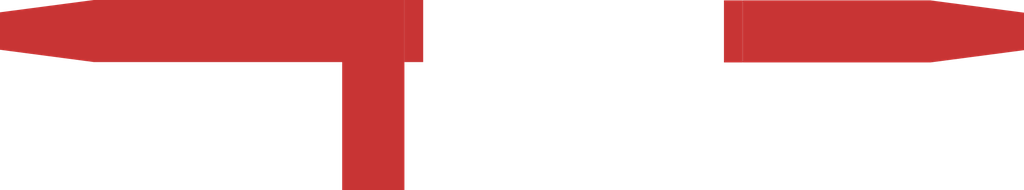
<source format=kicad_pcb>
(kicad_pcb
	(version 20240108)
	(generator "pcbnew")
	(generator_version "8.0")
	(general
		(thickness 1.6)
		(legacy_teardrops no)
	)
	(paper "A4")
	(layers
		(0 "F.Cu" signal)
		(31 "B.Cu" signal)
		(32 "B.Adhes" user "B.Adhesive")
		(33 "F.Adhes" user "F.Adhesive")
		(34 "B.Paste" user)
		(35 "F.Paste" user)
		(36 "B.SilkS" user "B.Silkscreen")
		(37 "F.SilkS" user "F.Silkscreen")
		(38 "B.Mask" user)
		(39 "F.Mask" user)
		(40 "Dwgs.User" user "User.Drawings")
		(41 "Cmts.User" user "User.Comments")
		(42 "Eco1.User" user "User.Eco1")
		(43 "Eco2.User" user "User.Eco2")
		(44 "Edge.Cuts" user)
		(45 "Margin" user)
		(46 "B.CrtYd" user "B.Courtyard")
		(47 "F.CrtYd" user "F.Courtyard")
	)
	(setup
		(pad_to_mask_clearance 0)
		(allow_soldermask_bridges_in_footprints no)
		(pcbplotparams
			(layerselection 0x00010fc_ffffffff)
			(plot_on_all_layers_selection 0x0000000_00000000)
			(disableapertmacros no)
			(usegerberextensions no)
			(usegerberattributes yes)
			(usegerberadvancedattributes yes)
			(creategerberjobfile yes)
			(dashed_line_dash_ratio 12.000000)
			(dashed_line_gap_ratio 3.000000)
			(svgprecision 4)
			(plotframeref no)
			(viasonmask no)
			(mode 1)
			(useauxorigin no)
			(hpglpennumber 1)
			(hpglpenspeed 20)
			(hpglpendiameter 15.000000)
			(pdf_front_fp_property_popups yes)
			(pdf_back_fp_property_popups yes)
			(dxfpolygonmode yes)
			(dxfimperialunits yes)
			(dxfusepcbnewfont yes)
			(psnegative no)
			(psa4output no)
			(plotreference yes)
			(plotvalue yes)
			(plotfptext yes)
			(plotinvisibletext no)
			(sketchpadsonfab no)
			(subtractmaskfromsilk no)
			(outputformat 1)
			(mirror no)
			(drillshape 1)
			(scaleselection 1)
			(outputdirectory "")
		)
	)
	(net 0 "")
	(gr_poly
		(pts
			(xy 91.59002 46.79) (xy 101.59 46.79) (xy 106.58872 46.13214) (xy 106.58872 44.13062) (xy 101.59 43.47276)
			(xy 91.59002 43.47276)
		)
		(stroke
			(width 0)
			(type solid)
		)
		(fill solid)
		(layer "F.Cu")
		(uuid "3036a55a-2620-42e5-a389-bd27c5d76f18")
	)
	(gr_poly
		(pts
			(xy 74.5564 43.45253) (xy 73.5564 43.45253) (xy 73.5564 46.76959) (xy 74.5564 46.76959)
		)
		(stroke
			(width 0)
			(type solid)
		)
		(fill solid)
		(layer "F.Cu")
		(uuid "47df4087-0994-4e7b-a801-716735f0aec7")
	)
	(gr_poly
		(pts
			(xy 51.99904 46.11182) (xy 57.0003 46.76968) (xy 70.23878 46.76968) (xy 70.23878 53.61498) (xy 73.55602 53.61498)
			(xy 73.55602 43.45244) (xy 57.0003 43.45244) (xy 51.99904 44.1103)
		)
		(stroke
			(width 0)
			(type solid)
		)
		(fill solid)
		(layer "F.Cu")
		(uuid "d0ab1c12-2c88-4573-9145-2a62e7c248bf")
	)
	(gr_poly
		(pts
			(xy 91.58964 43.47285) (xy 90.58964 43.47285) (xy 90.58964 46.78991) (xy 91.58964 46.78991)
		)
		(stroke
			(width 0)
			(type solid)
		)
		(fill solid)
		(layer "F.Cu")
		(uuid "d1ae2289-aba9-4bf5-84bf-31e2564bc5c9")
	)
)

</source>
